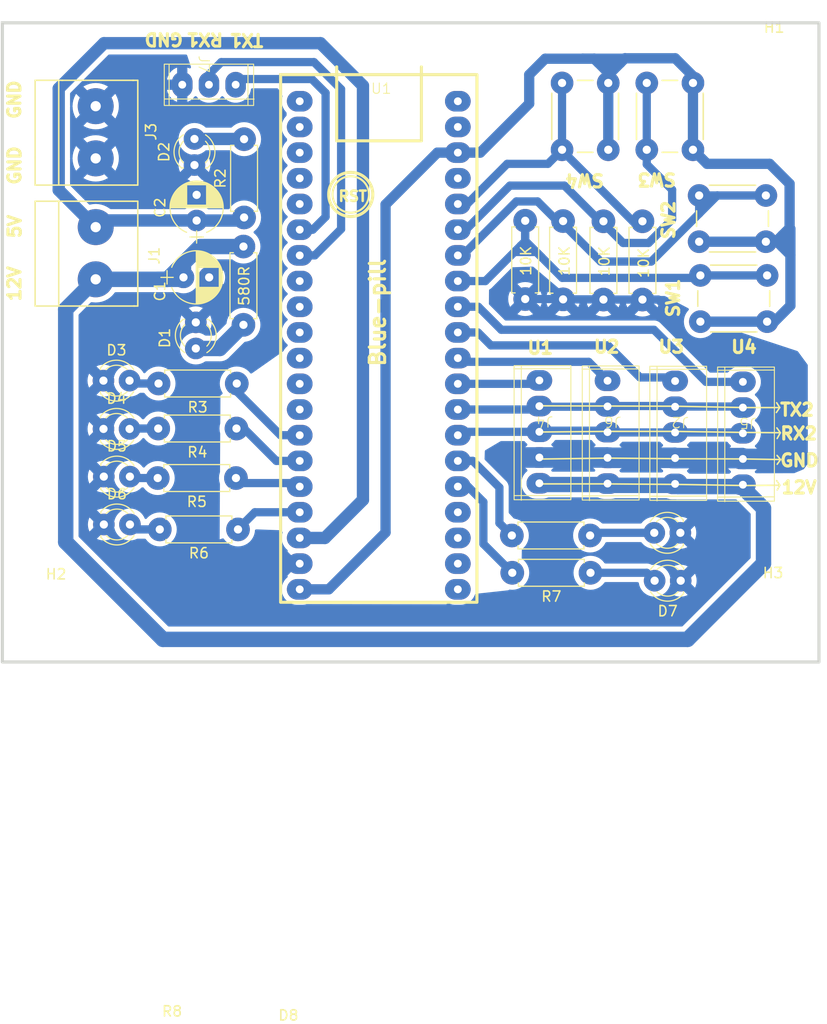
<source format=kicad_pcb>
(kicad_pcb (version 20221018) (generator pcbnew)
  (layers (0 "F.Cu" signal) (31 "B.Cu" signal) (34 "B.Paste" user) (35 "F.Paste" user) (36 "B.SilkS" user "B.Silkscreen") (37 "F.SilkS" user "F.Silkscreen") (38 "B.Mask" user) (39 "F.Mask" user) (44 "Edge.Cuts" user))
  (net 0 "")
  (net 1 "/12V")
  (net 2 "GND")
  (net 3 "/5V")
  (net 4 "Net-(D1-A)")
  (net 5 "Net-(D2-A)")
  (net 6 "Net-(D3-A)")
  (net 7 "Net-(D4-A)")
  (net 8 "Net-(D5-A)")
  (net 9 "Net-(D6-A)")
  (net 10 "Net-(D7-A)")
  (net 11 "Net-(D8-A)")
  (net 12 "/u3")
  (net 13 "/TX2")
  (net 14 "/RX2")
  (net 15 "/u1")
  (net 16 "/u4")
  (net 17 "/u2")
  (net 18 "Net-(J7-Pin_1)")
  (net 19 "Net-(J7-Pin_2)")
  (net 20 "/PA4")
  (net 21 "/PA5")
  (net 22 "/PA6")
  (net 23 "/PA7")
  (net 24 "/PB6")
  (net 25 "/PB7")
  (net 26 "/PB8")
  (net 27 "/PB9")
  (net 28 "/3.3V")
  (net 45 "Net-(R7-Pad2)")
  (net 46 "Net-(R8-Pad2)")
  (footprint "MY_LIB:Push_Button" (layer "F.Cu") (at 152.57 79.47 90)
    (fp_text reference "SW4" hide)
    (fp_text value "SW_Push")
    (pad "1" thru_hole circle (at 0 0 180) (size 2.2 2.2) (drill 0.8) (layers "*.Cu" "*.Mask") (net 23 "/PA7"))
    (pad "1" thru_hole circle (at 6.5 0 180) (size 2.2 2.2) (drill 0.8) (layers "*.Cu" "*.Mask") (net 23 "/PA7"))
    (pad "2" thru_hole circle (at 0 4.5 180) (size 2.2 2.2) (drill 0.8) (layers "*.Cu" "*.Mask") (net 28 "/3.3V"))
    (pad "2" thru_hole circle (at 6.5 4.5 180) (size 2.2 2.2) (drill 0.8) (layers "*.Cu" "*.Mask") (net 28 "/3.3V"))
  )
  (footprint "MY_LIB:Connector_Bornier_2" (layer "F.Cu") (at 107.15 80.31 90)
    (fp_text reference "J3" (at 2.59 5.39 90) (layer "F.SilkS"))
    (fp_text value "Conn_01x02_Pin")
    (pad "1" thru_hole circle (at 0 0 90) (size 3.5 3.5) (drill 1) (layers "*.Cu" "*.Mask") (net 2 "GND"))
    (pad "2" thru_hole circle (at 5.08 0 90) (size 3.5 3.5) (drill 1) (layers "*.Cu" "*.Mask") (net 2 "GND"))
  )
  (footprint "JST_1X05:jst_1x05" (layer "F.Cu") (at 170.68 105.56 180)
    (fp_text reference "J5" (at 0 -0.5 180 unlocked) (layer "F.SilkS") (effects (font (thickness 0.1))))
    (fp_text value "Conn_01x05_Pin")
    (pad "1" thru_hole oval (at 0.5 3.5 180) (size 2.5 2) (drill 0.762) (layers "*.Cu" "*.Mask") (net 16 "/u4"))
    (pad "2" thru_hole oval (at 0.5 1 180) (size 2.5 2) (drill 0.762) (layers "*.Cu" "*.Mask") (net 13 "/TX2"))
    (pad "3" thru_hole oval (at 0.5 -1.5 180) (size 2.5 2) (drill 0.762) (layers "*.Cu" "*.Mask") (net 14 "/RX2"))
    (pad "4" thru_hole oval (at 0.5 -4 180) (size 2.5 2) (drill 0.762) (layers "*.Cu" "*.Mask") (net 2 "GND"))
    (pad "5" thru_hole oval (at 0.5 -6.51 180) (size 2.5 2) (drill 0.762) (layers "*.Cu" "*.Mask") (net 1 "/12V"))
  )
  (footprint "MY_LIB:Resistor_small" (layer "F.Cu") (at 121.54 88.89 -90)
    (fp_text reference "580R" (at 3.83 -0.07 90) (layer "F.SilkS"))
    (fp_text value "R")
    (pad "1" thru_hole circle (at 0 0 270) (size 2.3 2.3) (drill 0.8) (layers "*.Cu" "*.Mask") (net 1 "/12V"))
    (pad "2" thru_hole circle (at 7.62 0 270) (size 2.3 2.3) (drill 0.8) (layers "*.Cu" "*.Mask") (net 4 "Net-(D1-A)"))
  )
  (footprint "MY_LIB:LED_D3.0mm" (layer "F.Cu") (at 116.77 80.96 90)
    (fp_text reference "D2" (at 1.27 -2.96 90) (layer "F.SilkS"))
    (fp_text value "LED")
    (pad "1" thru_hole circle (at 0 0 90) (size 2.1 2.1) (drill 0.8) (layers "*.Cu" "*.Mask") (net 2 "GND"))
    (pad "2" thru_hole circle (at 2.54 0 90) (size 2.1 2.1) (drill 0.8) (layers "*.Cu" "*.Mask") (net 5 "Net-(D2-A)"))
  )
  (footprint "MY_LIB:Push_Button" (layer "F.Cu") (at 165.92 83.92)
    (fp_text reference "SW2" hide)
    (fp_text value "SW_Push")
    (pad "1" thru_hole circle (at 0 0 90) (size 2.2 2.2) (drill 0.8) (layers "*.Cu" "*.Mask") (net 21 "/PA5"))
    (pad "1" thru_hole circle (at 6.5 0 90) (size 2.2 2.2) (drill 0.8) (layers "*.Cu" "*.Mask") (net 21 "/PA5"))
    (pad "2" thru_hole circle (at 0 4.5 90) (size 2.2 2.2) (drill 0.8) (layers "*.Cu" "*.Mask") (net 28 "/3.3V"))
    (pad "2" thru_hole circle (at 6.5 4.5 90) (size 2.2 2.2) (drill 0.8) (layers "*.Cu" "*.Mask") (net 28 "/3.3V"))
  )
  (footprint "MY_LIB:LED_D3.0mm" (layer "F.Cu") (at 107.905 101.94)
    (fp_text reference "D3" (at 1.27 -2.96) (layer "F.SilkS"))
    (fp_text value "LED")
    (pad "1" thru_hole circle (at 0 0) (size 2.1 2.1) (drill 0.8) (layers "*.Cu" "*.Mask") (net 2 "GND"))
    (pad "2" thru_hole circle (at 2.54 0) (size 2.1 2.1) (drill 0.8) (layers "*.Cu" "*.Mask") (net 6 "Net-(D3-A)"))
  )
  (footprint "MY_LIB:Resistor_small" (layer "F.Cu") (at 121.6 86.06 90)
    (fp_text reference "R2" (at 3.81 -2.31 90) (layer "F.SilkS"))
    (fp_text value "R")
    (pad "1" thru_hole circle (at 0 0 90) (size 2.3 2.3) (drill 0.8) (layers "*.Cu" "*.Mask") (net 3 "/5V"))
    (pad "2" thru_hole circle (at 7.62 0 90) (size 2.3 2.3) (drill 0.8) (layers "*.Cu" "*.Mask") (net 5 "Net-(D2-A)"))
  )
  (footprint "MY_LIB:Resistor_small" (layer "F.Cu") (at 152.67 86.41 -90)
    (fp_text reference "10K" (at 3.88 -0.13 90) (layer "F.SilkS"))
    (fp_text value "R")
    (pad "1" thru_hole circle (at 0 0 270) (size 2.3 2.3) (drill 0.8) (layers "*.Cu" "*.Mask") (net 21 "/PA5"))
    (pad "2" thru_hole circle (at 7.62 0 270) (size 2.3 2.3) (drill 0.8) (layers "*.Cu" "*.Mask") (net 2 "GND"))
  )
  (footprint "MY_LIB:Push_Button" (layer "F.Cu") (at 166.04 91.7)
    (fp_text reference "SW1" hide)
    (fp_text value "SW_Push")
    (pad "1" thru_hole circle (at 0 0 90) (size 2.2 2.2) (drill 0.8) (layers "*.Cu" "*.Mask") (net 20 "/PA4"))
    (pad "1" thru_hole circle (at 6.5 0 90) (size 2.2 2.2) (drill 0.8) (layers "*.Cu" "*.Mask") (net 20 "/PA4"))
    (pad "2" thru_hole circle (at 0 4.5 90) (size 2.2 2.2) (drill 0.8) (layers "*.Cu" "*.Mask") (net 28 "/3.3V"))
    (pad "2" thru_hole circle (at 6.5 4.5 90) (size 2.2 2.2) (drill 0.8) (layers "*.Cu" "*.Mask") (net 28 "/3.3V"))
  )
  (footprint "MY_LIB:Capacitor_10uF" (layer "F.Cu") (at 116.98 86.36 90)
    (fp_text reference "C2" (at 1.25 -3.56 90) (layer "F.SilkS"))
    (fp_text value "C")
    (pad "1" thru_hole circle (at 0 0 90) (size 2.1 2.1) (drill 0.8) (layers "*.Cu" "*.Mask") (net 3 "/5V"))
    (pad "2" thru_hole circle (at 2.5 0 90) (size 2.1 2.1) (drill 0.8) (layers "*.Cu" "*.Mask") (net 2 "GND"))
  )
  (footprint "JST_1x03:jst_1x03" (layer "F.Cu") (at 113.78 71.14 -90)
    (fp_text reference "J7" (at 0 -3.9 -90 unlocked) (layer "F.SilkS") (effects (font (thickness 0.1))))
    (fp_text value "Conn_01x03_Pin")
    (pad "1" thru_hole oval (at 2 -7 270) (size 2.5 2) (drill 0.762) (layers "*.Cu" "*.Mask") (net 18 "Net-(J7-Pin_1)"))
    (pad "2" thru_hole oval (at 2 -4.4 270) (size 2.5 2) (drill 0.762) (layers "*.Cu" "*.Mask") (net 19 "Net-(J7-Pin_2)"))
    (pad "3" thru_hole oval (at 2 -1.8 270) (size 2.5 2) (drill 0.762) (layers "*.Cu" "*.Mask") (net 2 "GND"))
  )
  (footprint "JST_1X05:jst_1x05" (layer "F.Cu") (at 157.5 105.45 180)
    (fp_text reference "J6" (at 0 -0.5 180 unlocked) (layer "F.SilkS") (effects (font (thickness 0.1))))
    (fp_text value "Conn_01x05_Pin")
    (pad "1" thru_hole oval (at 0.5 3.5 180) (size 2.5 2) (drill 0.762) (layers "*.Cu" "*.Mask") (net 17 "/u2"))
    (pad "2" thru_hole oval (at 0.5 1 180) (size 2.5 2) (drill 0.762) (layers "*.Cu" "*.Mask") (net 13 "/TX2"))
    (pad "3" thru_hole oval (at 0.5 -1.5 180) (size 2.5 2) (drill 0.762) (layers "*.Cu" "*.Mask") (net 14 "/RX2"))
    (pad "4" thru_hole oval (at 0.5 -4 180) (size 2.5 2) (drill 0.762) (layers "*.Cu" "*.Mask") (net 2 "GND"))
    (pad "5" thru_hole oval (at 0.5 -6.51 180) (size 2.5 2) (drill 0.762) (layers "*.Cu" "*.Mask") (net 1 "/12V"))
  )
  (footprint "MY_LIB:Capacitor_10uF" (layer "F.Cu") (at 115.7 91.89)
    (fp_text reference "C1" (at -2.29 1.36 90) (layer "F.SilkS"))
    (fp_text value "C")
    (pad "1" thru_hole circle (at 0 0) (size 2.1 2.1) (drill 0.8) (layers "*.Cu" "*.Mask") (net 1 "/12V"))
    (pad "2" thru_hole circle (at 2.5 0) (size 2.1 2.1) (drill 0.8) (layers "*.Cu" "*.Mask") (net 2 "GND"))
  )
  (footprint "MountingHole:MountingHole_3mm" (layer "F.Cu") (at 173.23 71.57)
    (fp_text reference "H1" (at 0 -4) (layer "F.SilkS"))
    (fp_text value "MountingHole")
    (pad "" np_thru_hole circle (at 0 0) (size 3 3) (drill 3) (layers "*.Cu" "*.Mask"))
  )
  (footprint "MY_LIB:Resistor_small" (layer "F.Cu") (at 160.4 86.43 -90)
    (fp_text reference "10K" (at 4.06 -0.12 90) (layer "F.SilkS"))
    (fp_text value "R")
    (pad "1" thru_hole circle (at 0 0 270) (size 2.3 2.3) (drill 0.8) (layers "*.Cu" "*.Mask") (net 23 "/PA7"))
    (pad "2" thru_hole circle (at 7.62 0 270) (size 2.3 2.3) (drill 0.8) (layers "*.Cu" "*.Mask") (net 2 "GND"))
  )
  (footprint "MountingHole:MountingHole_3mm" (layer "F.Cu") (at 103.29 124.78)
    (fp_text reference "H2" (at 0 -4) (layer "F.SilkS"))
    (fp_text value "MountingHole")
    (pad "" np_thru_hole circle (at 0 0) (size 3 3) (drill 3) (layers "*.Cu" "*.Mask"))
  )
  (footprint "MY_LIB:LED_D3.0mm" (layer "F.Cu") (at 107.94 111.28)
    (fp_text reference "D5" (at 1.27 -2.96) (layer "F.SilkS"))
    (fp_text value "LED")
    (pad "1" thru_hole circle (at 0 0) (size 2.1 2.1) (drill 0.8) (layers "*.Cu" "*.Mask") (net 2 "GND"))
    (pad "2" thru_hole circle (at 2.54 0) (size 2.1 2.1) (drill 0.8) (layers "*.Cu" "*.Mask") (net 8 "Net-(D5-A)"))
  )
  (footprint "MY_LIB:Resistor_small" (layer "F.Cu") (at 148.98 86.38 -90)
    (fp_text reference "10K" (at 3.89 -0.08 90) (layer "F.SilkS"))
    (fp_text value "R")
    (pad "1" thru_hole circle (at 0 0 270) (size 2.3 2.3) (drill 0.8) (layers "*.Cu" "*.Mask") (net 20 "/PA4"))
    (pad "2" thru_hole circle (at 7.62 0 270) (size 2.3 2.3) (drill 0.8) (layers "*.Cu" "*.Mask") (net 2 "GND"))
  )
  (footprint "MY_LIB:LED_D3.0mm" (layer "F.Cu") (at 107.945 115.94)
    (fp_text reference "D6" (at 1.27 -2.96) (layer "F.SilkS"))
    (fp_text value "LED")
    (pad "1" thru_hole circle (at 0 0) (size 2.1 2.1) (drill 0.8) (layers "*.Cu" "*.Mask") (net 2 "GND"))
    (pad "2" thru_hole circle (at 2.54 0) (size 2.1 2.1) (drill 0.8) (layers "*.Cu" "*.Mask") (net 9 "Net-(D6-A)"))
  )
  (footprint "MY_LIB:LED_D3.0mm" (layer "F.Cu") (at 107.91 106.64)
    (fp_text reference "D4" (at 1.27 -2.96) (layer "F.SilkS"))
    (fp_text value "LED")
    (pad "1" thru_hole circle (at 0 0) (size 2.1 2.1) (drill 0.8) (layers "*.Cu" "*.Mask") (net 2 "GND"))
    (pad "2" thru_hole circle (at 2.54 0) (size 2.1 2.1) (drill 0.8) (layers "*.Cu" "*.Mask") (net 7 "Net-(D4-A)"))
  )
  (footprint "bluepill:bluepill" (layer "F.Cu") (at 135.22 84.65)
    (fp_text reference "U1" (at -0.26 -11.13 unlocked) (layer "F.SilkS") (effects (font (thickness 0.1))))
    (fp_text value "~")
    (fp_text user "RST" (at -4.56 -0.07 unlocked) (layer "F.SilkS") (effects (font (thickness 0.25) bold) (justify left bottom)))
    (pad "1" thru_hole oval (at -8.2 -9.9) (size 2.5 2) (drill 0.762) (layers "*.Cu" "*.Mask"))
    (pad "2" thru_hole oval (at -8.2 -7.4) (size 2.5 2) (drill 0.762) (layers "*.Cu" "*.Mask"))
    (pad "3" thru_hole oval (at -8.2 -4.9) (size 2.5 2) (drill 0.762) (layers "*.Cu" "*.Mask"))
    (pad "4" thru_hole oval (at -8.2 -2.4) (size 2.5 2) (drill 0.762) (layers "*.Cu" "*.Mask"))
    (pad "5" thru_hole oval (at -8.2 0.1) (size 2.5 2) (drill 0.762) (layers "*.Cu" "*.Mask"))
    (pad "6" thru_hole oval (at -8.2 2.6) (size 2.5 2) (drill 0.762) (layers "*.Cu" "*.Mask") (net 18 "Net-(J7-Pin_1)"))
    (pad "7" thru_hole oval (at -8.2 5.1) (size 2.5 2) (drill 0.762) (layers "*.Cu" "*.Mask") (net 19 "Net-(J7-Pin_2)"))
    (pad "8" thru_hole oval (at -8.2 7.6) (size 2.5 2) (drill 0.762) (layers "*.Cu" "*.Mask"))
    (pad "9" thru_hole oval (at -8.2 10.1) (size 2.5 2) (drill 0.762) (layers "*.Cu" "*.Mask"))
    (pad "10" thru_hole oval (at -8.2 12.6) (size 2.5 2) (drill 0.762) (layers "*.Cu" "*.Mask"))
    (pad "11" thru_hole oval (at -8.2 15.1) (size 2.5 2) (drill 0.762) (layers "*.Cu" "*.Mask"))
    (pad "12" thru_hole oval (at -8.2 17.6) (size 2.5 2) (drill 0.762) (layers "*.Cu" "*.Mask"))
    (pad "13" thru_hole oval (at -8.2 20.1) (size 2.5 2) (drill 0.762) (layers "*.Cu" "*.Mask"))
    (pad "14" thru_hole oval (at -8.2 22.6) (size 2.5 2) (drill 0.762) (layers "*.Cu" "*.Mask") (net 24 "/PB6"))
    (pad "15" thru_hole oval (at -8.2 25.1) (size 2.5 2) (drill 0.762) (layers "*.Cu" "*.Mask") (net 25 "/PB7"))
    (pad "16" thru_hole oval (at -8.2 27.6) (size 2.5 2) (drill 0.762) (layers "*.Cu" "*.Mask") (net 26 "/PB8"))
    (pad "17" thru_hole oval (at -8.2 30.1) (size 2.5 2) (drill 0.762) (layers "*.Cu" "*.Mask") (net 27 "/PB9"))
    (pad "18" thru_hole oval (at -8.2 32.6) (size 2.5 2) (drill 0.762) (layers "*.Cu" "*.Mask") (net 3 "/5V"))
    (pad "19" thru_hole oval (at -8.2 35.1) (size 2.5 2) (drill 0.762) (layers "*.Cu" "*.Mask") (net 2 "GND"))
    (pad "20" thru_hole oval (at -8.2 37.6) (size 2.5 2) (drill 0.762) (layers "*.Cu" "*.Mask") (net 28 "/3.3V"))
    (pad "21" thru_hole oval (at 7.2 37.6) (size 2.5 2) (drill 0.762) (layers "*.Cu" "*.Mask"))
    (pad "22" thru_hole oval (at 7.2 35.1) (size 2.5 2) (drill 0.762) (layers "*.Cu" "*.Mask"))
    (pad "23" thru_hole oval (at 7.2 32.6) (size 2.5 2) (drill 0.762) (layers "*.Cu" "*.Mask"))
    (pad "24" thru_hole oval (at 7.2 30.1) (size 2.5 2) (drill 0.762) (layers "*.Cu" "*.Mask"))
    (pad "25" thru_hole oval (at 7.2 27.6) (size 2.5 2) (drill 0.762) (layers "*.Cu" "*.Mask") (net 45 "Net-(R7-Pad2)"))
    (pad "26" thru_hole oval (at 7.2 25.1) (size 2.5 2) (drill 0.762) (layers "*.Cu" "*.Mask") (net 46 "Net-(R8-Pad2)"))
    (pad "27" thru_hole oval (at 7.2 22.6) (size 2.5 2) (drill 0.762) (layers "*.Cu" "*.Mask") (net 14 "/RX2"))
    (pad "28" thru_hole oval (at 7.2 20.1) (size 2.5 2) (drill 0.762) (layers "*.Cu" "*.Mask") (net 13 "/TX2"))
    (pad "29" thru_hole oval (at 7.2 17.6) (size 2.5 2) (drill 0.762) (layers "*.Cu" "*.Mask") (net 15 "/u1"))
    (pad "30" thru_hole oval (at 7.2 15.1) (size 2.5 2) (drill 0.762) (layers "*.Cu" "*.Mask") (net 17 "/u2"))
    (pad "31" thru_hole oval (at 7.2 12.6) (size 2.5 2) (drill 0.762) (layers "*.Cu" "*.Mask") (net 12 "/u3"))
    (pad "32" thru_hole oval (at 7.2 10.1) (size 2.5 2) (drill 0.762) (layers "*.Cu" "*.Mask") (net 16 "/u4"))
    (pad "33" thru_hole oval (at 7.2 7.6) (size 2.5 2) (drill 0.762) (layers "*.Cu" "*.Mask") (net 20 "/PA4"))
    (pad "34" thru_hole oval (at 7.2 5.1) (size 2.5 2) (drill 0.762) (layers "*.Cu" "*.Mask") (net 21 "/PA5"))
    (pad "35" thru_hole oval (at 7.2 2.6) (size 2.5 2) (drill 0.762) (layers "*.Cu" "*.Mask") (net 22 "/PA6"))
    (pad "36" thru_hole oval (at 7.2 0.1) (size 2.5 2) (drill 0.762) (layers "*.Cu" "*.Mask") (net 23 "/PA7"))
    (pad "37" thru_hole oval (at 7.2 -2.4) (size 2.5 2) (drill 0.762) (layers "*.Cu" "*.Mask"))
    (pad "38" thru_hole oval (at 7.2 -4.9) (size 2.5 2) (drill 0.762) (layers "*.Cu" "*.Mask") (net 28 "/3.3V"))
    (pad "39" thru_hole oval (at 7.2 -7.4) (size 2.5 2) (drill 0.762) (layers "*.Cu" "*.Mask") (net 2 "GND"))
    (pad "40" thru_hole oval (at 7.2 -9.9) (size 2.5 2) (drill 0.762) (layers "*.Cu" "*.Mask") (net 2 "GND"))
  )
  (footprint "JST_1X05:jst_1x05" (layer "F.Cu") (at 150.86 105.42 180)
    (fp_text reference "J4" (at 0 -0.5 180 unlocked) (layer "F.SilkS") (effects (font (thickness 0.1))))
    (fp_text value "Conn_01x05_Pin")
    (pad "1" thru_hole oval (at 0.5 3.5 180) (size 2.5 2) (drill 0.762) (layers "*.Cu" "*.Mask") (net 15 "/u1"))
    (pad "2" thru_hole oval (at 0.5 1 180) (size 2.5 2) (drill 0.762) (layers "*.Cu" "*.Mask") (net 13 "/TX2"))
    (pad "3" thru_hole oval (at 0.5 -1.5 180) (size 2.5 2) (drill 0.762) (layers "*.Cu" "*.Mask") (net 14 "/RX2"))
    (pad "4" thru_hole oval (at 0.5 -4 180) (size 2.5 2) (drill 0.762) (layers "*.Cu" "*.Mask") (net 2 "GND"))
    (pad "5" thru_hole oval (at 0.5 -6.51 180) (size 2.5 2) (drill 0.762) (layers "*.Cu" "*.Mask") (net 1 "/12V"))
  )
  (footprint "MY_LIB:Resistor_small" (layer "F.Cu") (at 155.3 117.01 180)
    (fp_text reference "R8" (at 40.71 -46.31) (layer "F.SilkS"))
    (fp_text value "R")
    (pad "1" thru_hole circle (at 0 0 180) (size 2.3 2.3) (drill 0.8) (layers "*.Cu" "*.Mask") (net 11 "Net-(D8-A)"))
    (pad "2" thru_hole circle (at 7.62 0 180) (size 2.3 2.3) (drill 0.8) (layers "*.Cu" "*.Mask") (net 46 "Net-(R8-Pad2)"))
  )
  (footprint "MY_LIB:Connector_Bornier_2" (layer "F.Cu") (at 107.15 92.08 90)
    (fp_text reference "J1" (at 2.3 5.71 90) (layer "F.SilkS"))
    (fp_text value "Conn_01x02_Pin")
    (pad "1" thru_hole circle (at 0 0 90) (size 3.5 3.5) (drill 1) (layers "*.Cu" "*.Mask") (net 1 "/12V"))
    (pad "2" thru_hole circle (at 5.08 0 90) (size 3.5 3.5) (drill 1) (layers "*.Cu" "*.Mask") (net 3 "/5V"))
  )
  (footprint "MountingHole:MountingHole_3mm" (layer "F.Cu") (at 173.12 124.66)
    (fp_text reference "H3" (at 0 -4) (layer "F.SilkS"))
    (fp_text value "MountingHole")
    (pad "" np_thru_hole circle (at 0 0) (size 3 3) (drill 3) (layers "*.Cu" "*.Mask"))
  )
  (footprint "JST_1X05:jst_1x05" (layer "F.Cu") (at 164.08 105.48 180)
    (fp_text reference "J2" (at 0 -0.5 180 unlocked) (layer "F.SilkS") (effects (font (thickness 0.1))))
    (fp_text value "Conn_01x05_Pin")
    (pad "1" thru_hole oval (at 0.5 3.5 180) (size 2.5 2) (drill 0.762) (layers "*.Cu" "*.Mask") (net 12 "/u3"))
    (pad "2" thru_hole oval (at 0.5 1 180) (size 2.5 2) (drill 0.762) (layers "*.Cu" "*.Mask") (net 13 "/TX2"))
    (pad "3" thru_hole oval (at 0.5 -1.5 180) (size 2.5 2) (drill 0.762) (layers "*.Cu" "*.Mask") (net 14 "/RX2"))
    (pad "4" thru_hole oval (at 0.5 -4 180) (size 2.5 2) (drill 0.762) (layers "*.Cu" "*.Mask") (net 2 "GND"))
    (pad "5" thru_hole oval (at 0.5 -6.51 180) (size 2.5 2) (drill 0.762) (layers "*.Cu" "*.Mask") (net 1 "/12V"))
  )
  (footprint "MY_LIB:Resistor_small" (layer "F.Cu") (at 155.34 120.64 180)
    (fp_text reference "R7" (at 3.81 -2.31) (layer "F.SilkS"))
    (fp_text value "R")
    (pad "1" thru_hole circle (at 0 0 180) (size 2.3 2.3) (drill 0.8) (layers "*.Cu" "*.Mask") (net 10 "Net-(D7-A)"))
    (pad "2" thru_hole circle (at 7.62 0 180) (size 2.3 2.3) (drill 0.8) (layers "*.Cu" "*.Mask") (net 45 "Net-(R7-Pad2)"))
  )
  (footprint "MY_LIB:Push_Button" (layer "F.Cu") (at 160.82 79.47 90)
    (fp_text reference "SW3" hide)
    (fp_text value "SW_Push")
    (pad "1" thru_hole circle (at 0 0 180) (size 2.2 2.2) (drill 0.8) (layers "*.Cu" "*.Mask") (net 22 "/PA6"))
    (pad "1" thru_hole circle (at 6.5 0 180) (size 2.2 2.2) (drill 0.8) (layers "*.Cu" "*.Mask") (net 22 "/PA6"))
    (pad "2" thru_hole circle (at 0 4.5 180) (size 2.2 2.2) (drill 0.8) (layers "*.Cu" "*.Mask") (net 28 "/3.3V"))
    (pad "2" thru_hole circle (at 6.5 4.5 180) (size 2.2 2.2) (drill 0.8) (layers "*.Cu" "*.Mask") (net 28 "/3.3V"))
  )
  (footprint "MY_LIB:Resistor_small" (layer "F.Cu") (at 156.6 86.43 -90)
    (fp_text reference "10K" (at 3.88 -0.09 90) (layer "F.SilkS"))
    (fp_text value "R")
    (pad "1" thru_hole circle (at 0 0 270) (size 2.3 2.3) (drill 0.8) (layers "*.Cu" "*.Mask") (net 22 "/PA6"))
    (pad "2" thru_hole circle (at 7.62 0 270) (size 2.3 2.3) (drill 0.8) (layers "*.Cu" "*.Mask") (net 2 "GND"))
  )
  (footprint "MY_LIB:LED_D3.0mm" (layer "F.Cu") (at 164.125 121.41 180)
    (fp_text reference "D7" (at 1.27 -2.96) (layer "F.SilkS"))
    (fp_text value "LED")
    (pad "1" thru_hole circle (at 0 0 180) (size 2.1 2.1) (drill 0.8) (layers "*.Cu" "*.Mask") (net 2 "GND"))
    (pad "2" thru_hole circle (at 2.54 0 180) (size 2.1 2.1) (drill 0.8) (layers "*.Cu" "*.Mask") (net 10 "Net-(D7-A)"))
  )
  (footprint "MY_LIB:Resistor_small" (layer "F.Cu") (at 121.01 116.42 180)
    (fp_text reference "R6" (at 3.81 -2.31) (layer "F.SilkS"))
    (fp_text value "R")
    (pad "1" thru_hole circle (at 0 0 180) (size 2.3 2.3) (drill 0.8) (layers "*.Cu" "*.Mask") (net 27 "/PB9"))
    (pad "2" thru_hole circle (at 7.62 0 180) (size 2.3 2.3) (drill 0.8) (layers "*.Cu" "*.Mask") (net 9 "Net-(D6-A)"))
  )
  (footprint "MY_LIB:Resistor_small" (layer "F.Cu") (at 120.89 102.22 180)
    (fp_text reference "R3" (at 3.81 -2.31) (layer "F.SilkS"))
    (fp_text value "R")
    (pad "1" thru_hole circle (at 0 0 180) (size 2.3 2.3) (drill 0.8) (layers "*.Cu" "*.Mask") (net 24 "/PB6"))
    (pad "2" thru_hole circle (at 7.62 0 180) (size 2.3 2.3) (drill 0.8) (layers "*.Cu" "*.Mask") (net 6 "Net-(D3-A)"))
  )
  (footprint "MY_LIB:LED_D3.0mm" (layer "F.Cu") (at 116.9 96.27 -90)
    (fp_text reference "D1" (at 1.52 3.02 90) (layer "F.SilkS"))
    (fp_text value "LED")
    (pad "1" thru_hole circle (at 0 0 270) (size 2.1 2.1) (drill 0.8) (layers "*.Cu" "*.Mask") (net 2 "GND"))
    (pad "2" thru_hole circle (at 2.54 0 270) (size 2.1 2.1) (drill 0.8) (layers "*.Cu" "*.Mask") (net 4 "Net-(D1-A)"))
  )
  (footprint "MY_LIB:LED_D3.0mm" (layer "F.Cu") (at 164.09 116.75 180)
    (fp_text reference "D8" (at 38.17 -46.96) (layer "F.SilkS"))
    (fp_text value "LED")
    (pad "1" thru_hole circle (at 0 0 180) (size 2.1 2.1) (drill 0.8) (layers "*.Cu" "*.Mask") (net 2 "GND"))
    (pad "2" thru_hole circle (at 2.54 0 180) (size 2.1 2.1) (drill 0.8) (layers "*.Cu" "*.Mask") (net 11 "Net-(D8-A)"))
  )
  (footprint "MY_LIB:Resistor_small" (layer "F.Cu") (at 120.81 111.42 180)
    (fp_text reference "R5" (at 3.81 -2.31) (layer "F.SilkS"))
    (fp_text value "R")
    (pad "1" thru_hole circle (at 0 0 180) (size 2.3 2.3) (drill 0.8) (layers "*.Cu" "*.Mask") (net 26 "/PB8"))
    (pad "2" thru_hole circle (at 7.62 0 180) (size 2.3 2.3) (drill 0.8) (layers "*.Cu" "*.Mask") (net 8 "Net-(D5-A)"))
  )
  (footprint "MY_LIB:Resistor_small" (layer "F.Cu") (at 120.86 106.6 180)
    (fp_text reference "R4" (at 3.81 -2.31) (layer "F.SilkS"))
    (fp_text value "R")
    (pad "1" thru_hole circle (at 0 0 180) (size 2.3 2.3) (drill 0.8) (layers "*.Cu" "*.Mask") (net 25 "/PB7"))
    (pad "2" thru_hole circle (at 7.62 0 180) (size 2.3 2.3) (drill 0.8) (layers "*.Cu" "*.Mask") (net 7 "Net-(D4-A)"))
  )
  (gr_line (start 173.83 107.01) (end 173.49 106.54) (stroke (width 0.15)) (layer "F.SilkS"))
  (gr_line (start 163.73 112.04) (end 170.38 112.15) (stroke (width 0.15)) (layer "F.SilkS"))
  (gr_line (start 173.78 112.12) (end 173.53 112.58) (stroke (width 0.15)) (layer "F.SilkS"))
  (gr_line (start 157.04 109.48) (end 163.77 109.54) (stroke (width 0.15)) (layer "F.SilkS"))
  (gr_line (start 150.44 109.57) (end 157.04 109.48) (stroke (width 0.15)) (layer "F.SilkS"))
  (gr_line (start 170.23 109.56) (end 173.85 109.62) (stroke (width 0.15)) (layer "F.SilkS"))
  (gr_line (start 157 106.88) (end 163.62 106.88) (stroke (width 0.15)) (layer "F.SilkS"))
  (gr_line (start 173.78 112.12) (end 173.47 111.67) (stroke (width 0.15)) (layer "F.SilkS"))
  (gr_line (start 170.38 112.15) (end 173.78 112.12) (stroke (width 0.15)) (layer "F.SilkS"))
  (gr_line (start 173.85 109.62) (end 173.52 110.08) (stroke (width 0.15)) (layer "F.SilkS"))
  (gr_line (start 173.77 104.56) (end 173.47 104.09) (stroke (width 0.15)) (layer "F.SilkS"))
  (gr_line (start 163.65 104.43) (end 170.24 104.56) (stroke (width 0.15)) (layer "F.SilkS"))
  (gr_line (start 170.25 106.98) (end 173.83 107.01) (stroke (width 0.15)) (layer "F.SilkS"))
  (gr_line (start 150.53 111.99) (end 156.91 111.99) (stroke (width 0.15)) (layer "F.SilkS"))
  (gr_line (start 150.42 106.94) (end 157 106.88) (stroke (width 0.15)) (layer "F.SilkS"))
  (gr_line (start 156.94 104.41) (end 163.65 104.43) (stroke (width 0.15)) (layer "F.SilkS"))
  (gr_line (start 173.85 109.62) (end 173.51 109.22) (stroke (width 0.15)) (layer "F.SilkS"))
  (gr_line (start 163.77 109.54) (end 170.23 109.56) (stroke (width 0.15)) (layer "F.SilkS"))
  (gr_line (start 173.77 104.56) (end 173.44 105.04) (stroke (width 0.15)) (layer "F.SilkS"))
  (gr_line (start 170.24 104.56) (end 173.77 104.56) (stroke (width 0.15)) (layer "F.SilkS"))
  (gr_line (start 173.83 107.01) (end 173.52 107.57) (stroke (width 0.15)) (layer "F.SilkS"))
  (gr_line (start 163.62 106.88) (end 170.25 106.98) (stroke (width 0.15)) (layer "F.SilkS"))
  (gr_line (start 156.91 111.99) (end 163.73 112.04) (stroke (width 0.15)) (layer "F.SilkS"))
  (gr_line (start 150.39 104.39) (end 156.94 104.41) (stroke (width 0.15)) (layer "F.SilkS"))
  (gr_rect (start 98.06 67.12) (end 177.59 129.32) (stroke (width 0.3)) (fill none) (layer "Edge.Cuts"))
  (gr_text "GND\n" (at 99.95 83.02 90) (layer "F.SilkS") (effects (font (size 1.2 1.2) (thickness 0.3) bold) (justify left bottom)))
  (gr_text "GND" (at 173.67 110.41) (layer "F.SilkS") (effects (font (size 1.2 1.2) (thickness 0.3) bold) (justify left bottom)))
  (gr_text "TX2" (at 173.66 105.48) (layer "F.SilkS") (effects (font (size 1.2 1.2) (thickness 0.3) bold) (justify left bottom)))
  (gr_text "5V\n" (at 99.97 88.22 90) (layer "F.SilkS") (effects (font (size 1.2 1.2) (thickness 0.3) bold) (justify left bottom)))
  (gr_text "GND\n" (at 115.81 68.01 180) (layer "F.SilkS") (effects (font (size 1.2 1.2) (thickness 0.3) bold) (justify left bottom)))
  (gr_text "SW3\n\n" (at 163.82 79.72 180) (layer "F.SilkS") (effects (font (size 1.2 1.2) (thickness 0.3) bold) (justify left bottom)))
  (gr_text "TX1\n" (at 123.62 68.08 180) (layer "F.SilkS") (effects (font (size 1.2 1.2) (thickness 0.3) bold) (justify left bottom)))
  (gr_text "SW4\n\n" (at 156.8 79.8 180) (layer "F.SilkS") (effects (font (size 1.2 1.2) (thickness 0.3) bold) (justify left bottom)))
  (gr_text "RX2" (at 173.68 107.79) (layer "F.SilkS") (effects (font (size 1.2 1.2) (thickness 0.3) bold) (justify left bottom)))
  (gr_text "Blue-pill" (at 135.49 100.73 90) (layer "F.SilkS") (effects (font (size 1.5 1.5) (thickness 0.3) bold) (justify left bottom)))
  (gr_text "SW2\n\n" (at 165.57 88.33 90) (layer "F.SilkS") (effects (font (size 1.2 1.2) (thickness 0.3) bold) (justify left bottom)))
  (gr_text "SW1\n" (at 164.09 95.92 90) (layer "F.SilkS") (effects (font (size 1.2 1.2) (thickness 0.3) bold) (justify left bottom)))
  (gr_text "RX1\n" (at 119.71 68.02 180) (layer "F.SilkS") (effects (font (size 1.2 1.2) (thickness 0.3) bold) (justify left bottom)))
  (gr_text "U3\n" (at 161.81 99.35) (layer "F.SilkS") (effects (font (size 1.2 1.2) (thickness 0.3) bold) (justify left bottom)))
  (gr_text "GND\n" (at 99.93 76.62 90) (layer "F.SilkS") (effects (font (size 1.2 1.2) (thickness 0.3) bold) (justify left bottom)))
  (gr_text "12V" (at 173.81 113.04) (layer "F.SilkS") (effects (font (size 1.2 1.2) (thickness 0.3) bold) (justify left bottom)))
  (gr_text "U2\n" (at 155.52 99.35) (layer "F.SilkS") (effects (font (size 1.2 1.2) (thickness 0.3) bold) (justify left bottom)))
  (gr_text "12V" (at 99.94 94.36 90) (layer "F.SilkS") (effects (font (size 1.2 1.2) (thickness 0.3) bold) (justify left bottom)))
  (gr_text "U4\n" (at 168.89 99.37) (layer "F.SilkS") (effects (font (size 1.2 1.2) (thickness 0.3) bold) (justify left bottom)))
  (gr_text "U1" (at 149.05 99.46) (layer "F.SilkS") (effects (font (size 1.2 1.2) (thickness 0.3) bold) (justify left bottom)))
  (segment (start 157.17 112.13) (end 163.44 112.13) (width 1.5) (layer "B.Cu") (net 1))
  (segment (start 113.7 127.12) (end 104.23 117.65) (width 1.5) (layer "B.Cu") (net 1))
  (segment (start 104.23 95) (end 107.15 92.08) (width 1.5) (layer "B.Cu") (net 1))
  (segment (start 104.23 117.65) (end 104.23 95) (width 1.5) (layer "B.Cu") (net 1))
  (segment (start 172.19 119.73) (end 164.8 127.12) (width 1.5) (layer "B.Cu") (net 1))
  (segment (start 163.84 112.25) (end 170 112.25) (width 1.5) (layer "B.Cu") (net 1))
  (segment (start 114.13 92.08) (end 115.7 90.51) (width 1.5) (layer "B.Cu") (net 1))
  (segment (start 113.27 92.08) (end 114.13 92.08) (width 1.5) (layer "B.Cu") (net 1))
  (segment (start 113.27 92.08) (end 115.51 92.08) (width 1.5) (layer "B.Cu") (net 1))
  (segment (start 115.7 91.89) (end 115.7 90.51) (width 1.5) (layer "B.Cu") (net 1))
  (segment (start 117.32 88.89) (end 121.54 88.89) (width 1.5) (layer "B.Cu") (net 1))
  (segment (start 115.51 92.08) (end 115.7 91.89) (width 1.5) (layer "B.Cu") (net 1))
  (segment (start 107.15 92.08) (end 113.27 92.08) (width 1.5) (layer "B.Cu") (net 1))
  (segment (start 170.18 112.36) (end 172.19 114.37) (width 1.5) (layer "B.Cu") (net 1))
  (segment (start 170.18 112.07) (end 170.18 112.36) (width 1.5) (layer "B.Cu") (net 1))
  (segment (start 156.91 112.05) (end 157 111.96) (width 1.5) (layer "B.Cu") (net 1))
  (segment (start 157 111.96) (end 157.17 112.13) (width 1.5) (layer "B.Cu") (net 1))
  (segment (start 115.7 90.51) (end 117.32 88.89) (width 1.5) (layer "B.Cu") (net 1))
  (segment (start 164.8 127.12) (end 113.7 127.12) (width 1.5) (layer "B.Cu") (net 1))
  (segment (start 172.19 114.37) (end 172.19 119.73) (width 1.5) (layer "B.Cu") (net 1))
  (segment (start 150.36 111.93) (end 150.48 112.05) (width 1.5) (layer "B.Cu") (net 1))
  (segment (start 150.48 112.05) (end 156.91 112.05) (width 1.5) (layer "B.Cu") (net 1))
  (segment (start 163.44 112.13) (end 163.58 111.99) (width 1.5) (layer "B.Cu") (net 1))
  (segment (start 163.58 111.99) (end 163.84 112.25) (width 1.5) (layer "B.Cu") (net 1))
  (segment (start 170 112.25) (end 170.18 112.07) (width 1.5) (layer "B.Cu") (net 1))
  (segment (start 126.44 119.75) (end 123.96 117.27) (width 0.8) (layer "B.Cu") (net 2))
  (segment (start 124.61 122.147258) (end 124.266371 121.803629) (width 0.8) (layer "B.Cu") (net 2))
  (segment (start 126.32 119.75) (end 124.266371 121.803629) (width 0.8) (layer "B.Cu") (net 2))
  (segment (start 156.6 94.05) (end 160.4 94.05) (width 0.8) (layer "B.Cu") (net 2))
  (segment (start 124.5 117.27) (end 123.96 117.27) (width 0.8) (layer "B.Cu") (net 2))
  (segment (start 127.02 119.75) (end 126.42 119.75) (width 0.8) (layer "B.Cu") (net 2))
  (segment (start 124.266371 121.803629) (end 123.76 121.297258) (width 0.8) (layer "B.Cu") (net 2))
  (segment (start 150.36 109.42) (end 156.97 109.42) (width 2) (layer "B.Cu") (net 2))
  (segment (start 163.58 109.48) (end 170.1 109.48) (width 2) (layer "B.Cu") (net 2))
  (segment (start 146.95 109.42) (end 146.76 109.23) (width 2) (layer "B.Cu") (net 2))
  (segment (start 148.98 94) (end 152.64 94) (width 0.8) (layer "B.Cu") (net 2))
  (segment (start 127.02 119.75) (end 126.36 119.75) (width 0.8) (layer "B.Cu") (net 2))
  (segment (start 152.64 94) (end 152.67 94.03) (width 0.8) (layer "B.Cu") (net 2))
  (segment (start 150.36 109.42) (end 146.95 109.42) (width 2) (layer "B.Cu") (net 2))
  (segment (start 127.02 119.75) (end 127.007258 119.75) (width 0.8) (layer "B.Cu") (net 2))
  (segment (start 160.4 94.05) (end 161.95 94.05) (width 0.8) (layer "B.Cu") (net 2))
  (segment (start 172.88 109.56) (end 172.93 109.61) (width 2) (layer "B.Cu") (net 2))
  (segment (start 156.97 109.42) (end 157 109.45) (width 2) (layer "B.Cu") (net 2))
  (segment (start 161.95 94.05) (end 162.79 94.89) (width 0.8) (layer "B.Cu") (net 2))
  (segment (start 157 109.45) (end 163.55 109.45) (width 2) (layer "B.Cu") (net 2))
  (segment (start 163.55 109.45) (end 163.58 109.48) (width 2) (layer "B.Cu") (net 2))
  (segment (start 170.1 109.48) (end 170.18 109.56) (width 2) (layer "B.Cu") (net 2))
  (segment (start 170.18 109.56) (end 172.88 109.56) (width 2) (layer "B.Cu") (net 2))
  (segment (start 123.76 121.297258) (end 123.76 119.92) (width 0.8) (layer "B.Cu") (net 2))
  (segment (start 126.42 119.75) (end 124.95 121.22) (width 0.8) (layer "B.Cu") (net 2))
  (segment (start 127.02 119.75) (end 126.32 119.75) (width 0.8) (layer "B.Cu") (net 2))
  (segment (start 156.58 94.03) (end 156.6 94.05) (width 0.8) (layer "B.Cu") (net 2))
  (segment (start 126.36 119.75) (end 124.85 118.24) (width 0.8) (layer "B.Cu") (net 2))
  (segment (start 127.02 119.75) (end 126.44 119.75) (width 0.8) (layer "B.Cu") (net 2))
  (segment (start 152.67 94.03) (end 156.58 94.03) (width 0.8) (layer "B.Cu") (net 2))
  (segment (start 127.007258 119.75) (end 126.98 119.75) (width 0.8) (layer "B.Cu") (net 2))
  (segment (start 129.47 117.25) (end 133.18 113.54) (width 1.2) (layer "B.Cu") (net 3))
  (segment (start 103.55 83.4) (end 107.15 87) (width 1.2) (layer "B.Cu") (net 3))
  (segment (start 116.97 86.35) (end 116.98 86.36) (width 1.2) (layer "B.Cu") (net 3))
  (segment (start 116.98 86.36) (end 121.3 86.36) (width 1.2) (layer "B.Cu") (net 3))
  (segment (start 107.8 86.35) (end 116.97 86.35) (width 1.2) (layer "B.Cu") (net 3))
  (segment (start 129.04 69.1) (end 107.96 69.1) (width 1.2) (layer "B.Cu") (net 3))
  (segment (start 133.18 113.54) (end 133.18 73.24) (width 1.2) (layer "B.Cu") (net 3))
  (segment (start 103.55 73.51) (end 103.55 83.4) (width 1.2) (layer "B.Cu") (net 3))
  (segment (start 107.15 87) (end 107.8 86.35) (width 1.2) (layer "B.Cu") (net 3))
  (segment (start 127.02 117.25) (end 129.47 117.25) (width 1.2) (layer "B.Cu") (net 3))
  (segment (start 107.96 69.1) (end 103.55 73.51) (width 1.2) (layer "B.Cu") (net 3))
  (segment (start 133.18 73.24) (end 129.04 69.1) (width 1.2) (layer "B.Cu") (net 3))
  (segment (start 121.3 86.36) (end 121.6 86.06) (width 1.2) (layer "B.Cu") (net 3))
  (segment (start 119.24 98.81) (end 116.9 98.81) (width 1.5) (layer "B.Cu") (net 4))
  (segment (start 121.54 96.51) (end 119.24 98.81) (width 1.5) (layer "B.Cu") (net 4))
  (segment (start 121.58 78.42) (end 121.6 78.44) (width 1.2) (layer "B.Cu") (net 5))
  (segment (start 116.77 78.42) (end 121.58 78.42) (width 1.2) (layer "B.Cu") (net 5))
  (segment (start 113.27 102.22) (end 110.725 102.22) (width 0.8) (layer "B.Cu") (net 6))
  (segment (start 110.725 102.22) (end 110.445 101.94) (width 0.8) (layer "B.Cu") (net 6))
  (segment (start 113.24 106.6) (end 110.49 106.6) (width 0.8) (layer "B.Cu") (net 7))
  (segment (start 110.49 106.6) (end 110.45 106.64) (width 0.8) (layer "B.Cu") (net 7))
  (segment (start 110.62 111.42) (end 110.48 111.28) (width 0.8) (layer "B.Cu") (net 8))
  (segment (start 113.19 111.42) (end 110.62 111.42) (width 0.8) (layer "B.Cu") (net 8))
  (segment (start 113.39 116.42) (end 110.965 116.42) (width 0.8) (layer "B.Cu") (net 9))
  (segment (start 110.965 116.42) (end 110.485 115.94) (width 0.8) (layer "B.Cu") (net 9))
  (segment (start 155.34 120.64) (end 160.815 120.64) (width 0.8) (layer "B.Cu") (net 10))
  (segment (start 160.815 120.64) (end 161.585 121.41) (width 0.8) (layer "B.Cu") (net 10))
  (segment (start 155.3 117.01) (end 155.56 116.75) (width 0.8) (layer "B.Cu") (net 11))
  (segment (start 155.56 116.75) (end 161.55 116.75) (width 0.8) (layer "B.Cu") (net 11))
  (segment (start 160.16 101.63) (end 163.23 101.63) (width 0.8) (layer "B.Cu") (net 12))
  (segment (start 163.23 101.63) (end 163.58 101.98) (width 0.8) (layer "B.Cu") (net 12))
  (segment (start 142.42 97.25) (end 144.38 97.25) (width 0.8) (layer "B.Cu") (net 12))
  (segment (start 157.04 98.51) (end 160.16 101.63) (width 0.8) (layer "B.Cu") (net 12))
  (segment (start 144.38 97.25) (end 145.64 98.51) (width 0.8) (layer "B.Cu") (net 12))
  (segment (start 145.64 98.51) (end 157.04 98.51) (width 0.8) (layer "B.Cu") (net 12))
  (segment (start 170.08 104.46) (end 170.18 104.56) (width 0.8) (layer "B.Cu") (net 13))
  (segment (start 150.03 104.75) (end 150.36 104.42) (width 0.8) (layer "B.Cu") (net 13))
  (segment (start 156.97 104.48) (end 157 104.45) (width 0.8) (layer "B.Cu") (net 13))
  (segment (start 157.04 104.41) (end 163.51 104.41) (width 0.8) (layer "B.Cu") (net 13))
  (segment (start 163.58 104.48) (end 163.6 104.46) (width 0.8) (layer "B.Cu") (net 13))
  (segment (start 150.36 104.42) (end 150.42 104.48) (width 0.8) (layer "B.Cu") (net 13))
  (segment (start 163.6 104.46) (end 170.08 104.46) (width 0.8) (layer "B.Cu") (net 13))
  (segment (start 150.42 104.48) (end 156.97 104.48) (width 0.8) (layer "B.Cu") (net 13))
  (segment (start 157 104.45) (end 157.04 104.41) (width 0.8) (layer "B.Cu") (net 13))
  (segment (start 163.51 104.41) (end 163.58 104.48) (width 0.8) (layer "B.Cu") (net 13))
  (segment (start 142.42 104.75) (end 150.03 104.75) (width 0.8) (layer "B.Cu") (net 13))
  (segment (start 170.18 107.06) (end 170.1 106.98) (width 0.8) (layer "B.Cu") (net 14))
  (segment (start 157 106.95) (end 157.03 106.98) (width 0.8) (layer "B.Cu") (net 14))
  (segment (start 170.1 106.98) (end 163.58 106.98) (width 0.8) (layer "B.Cu") (net 14))
  (segment (start 150.36 106.92) (end 150.47 106.81) (width 0.8) (layer "B.Cu") (net 14))
  (segment (start 142.75 106.92) (end 150.36 106.92) (width 0.8) (layer "B.Cu") (net 14))
  (segment (start 156.86 106.81) (end 157 106.95) (width 0.8) (layer "B.Cu") (net 14))
  (segment (start 157.03 106.98) (end 163.58 106.98) (width 0.8) (layer "B.Cu") (net 14))
  (segment (start 142.42 107.25) (end 142.75 106.92) (width 0.8) (layer "B.Cu") (net 14))
  (segment (start 150.47 106.81) (end 156.86 106.81) (width 0.8) (layer "B.Cu") (net 14))
  (segment (start 150.03 102.25) (end 150.36 101.92) (width 0.8) (layer "B.Cu") (net 15))
  (segment (start 142.42 102.25) (end 150.03 102.25) (width 0.8) (layer "B.Cu") (net 15))
  (segment (start 166.59 102.06) (end 170.18 102.06) (width 0.8) (layer "B.Cu") (net 16))
  (segment (start 146.65 96.99) (end 161.52 96.99) (width 0.8) (layer "B.Cu") (net 16))
  (segment (start 142.42 94.75) (end 144.41 94.75) (width 0.8) (layer "B.Cu") (net 16))
  (segment (start 161.52 96.99) (end 166.59 102.06) (width 0.8) (layer "B.Cu") (net 16))
  (segment (start 144.41 94.75) (end 146.65 96.99) (width 0.8) (layer "B.Cu") (net 16))
  (segment (start 142.42 99.75) (end 142.78 100.11) (width 0.8) (layer "B.Cu") (net 17))
  (segment (start 155.16 100.11) (end 157 101.95) (width 0.8) (layer "B.Cu") (net 17))
  (segment (start 142.78 100.11) (end 155.16 100.11) (width 0.8) (layer "B.Cu") (net 17))
  (segment (start 127.02 87.25) (end 128.29 87.25) (width 0.8) (layer "B.Cu") (net 18))
  (segment (start 129.54 73.94) (end 128.19 72.59) (width 0.8) (layer "B.Cu") (net 18))
  (segment (start 121.33 72.59) (end 120.78 73.14) (width 0.8) (layer "B.Cu") (net 18))
  (segment (start 128.19 72.59) (end 121.33 72.59) (width 0.8) (layer "B.Cu") (net 18))
  (segment (start 129.54 86) (end 129.54 73.94) (width 0.8) (layer "B.Cu") (net 18))
  (segment (start 128.29 87.25) (end 129.54 86) (width 0.8) (layer "B.Cu") (net 18))
  (segment (start 127.02 89.75) (end 128.49 89.75) (width 0.8) (layer "B.Cu") (net 19))
  (segment (start 128.41 70.94) (end 119.38 70.94) (width 0.8) (layer "B.Cu") (net 19))
  (segment (start 131.05 87.19) (end 131.05 73.58) (width 0.8) (layer "B.Cu") (net 19))
  (segment (start 128.49 89.75) (end 131.05 87.19) (width 0.8) (layer "B.Cu") (net 19))
  (segment (start 131.05 73.58) (end 128.41 70.94) (width 0.8) (layer "B.Cu") (net 19))
  (segment (start 118.18 72.14) (end 118.18 73.14) (width 0.8) (layer "B.Cu") (net 19))
  (segment (start 119.38 70.94) (end 118.18 72.14) (width 0.8) (layer "B.Cu") (net 19))
  (segment (start 145.1 92.25) (end 147.93 89.42) (width 0.8) (layer "B.Cu") (net 20))
  (segment (start 148.55 88.8) (end 148.76 88.8) (width 0.8) (layer "B.Cu") (net 20))
  (segment (start 147.93 89.42) (end 148.55 88.8) (width 0.8) (layer "B.Cu") (net 20))
  (segment (start 147.93 89.42) (end 149.38 89.42) (width 0.8) (layer "B.Cu") (net 20))
  (segment (start 148.55 88.8) (end 148.98 88.37) (width 0.8) (layer "B.Cu") (net 20))
  (segment (start 142.42 92.25) (end 145.1 92.25) (width 0.8) (layer "B.Cu") (net 20))
  (segment (start 165.8 91.94) (end 166.04 91.7) (width 0.8) (layer "B.Cu") (net 20))
  (segment (start 148.98 88.33) (end 150.56 89.91) (width 0.8) (layer "B.Cu") (net 20))
  (segment (start 148.98 88.37) (end 148.98 86.38) (width 0.8) (layer "B.Cu") (net 20))
  (segment (start 150.56 89.91) (end 152.59 91.94) (width 0.8) (layer "B.Cu") (net 20))
  (segment (start 148.76 88.8) (end 149.38 89.42) (width 0.8) (layer "B.Cu") (net 20))
  (segment (start 148.98 86.38) (end 148.98 88.33) (width 0.8) (layer "B.Cu") (net 20))
  (segment (start 149.38 89.42) (end 150.07 89.42) (width 0.8) (layer "B.Cu") (net 20))
  (segment (start 152.59 91.94) (end 165.8 91.94) (width 0.8) (layer "B.Cu") (net 20))
  (segment (start 166.04 91.7) (end 172.54 91.7) (width 0.8) (layer "B.Cu") (net 20))
  (segment (start 150.07 89.42) (end 150.56 89.91) (width 0.8) (layer "B.Cu") (net 20))
  (segment (start 165.92 85.69) (end 167.69 83.92) (width 0.8) (layer "B.Cu") (net 21))
  (segment (start 152.1 86.41) (end 152.67 86.41) (width 0.8) (layer "B.Cu") (net 21))
  (segment (start 161.26 90.35) (end 165.92 85.69) (width 0.8) (layer "B.Cu") (net 21))
  (segment (start 148.12 84.5) (end 150.19 84.5) (width 0.8) (layer "B.Cu") (net 21))
  (segment (start 156.33 90.35) (end 161.26 90.35) (width 0.8) (layer "B.Cu") (net 21))
  (segment (start 142.42 89.75) (end 142.87 89.75) (width 0.8) (layer "B.Cu") (net 21))
  (segment (start 152.67 86.69) (end 156.33 90.35) (width 0.8) (layer "B.Cu") (net 21))
  (segment (start 142.87 89.75) (end 148.12 84.5) (width 0.8) (layer "B.Cu") (net 21))
  (segment (start 150.19 84.5) (end 152.1 86.41) (width 0.8) (layer "B.Cu") (net 21))
  (segment (start 167.7 83.92) (end 172.42 83.92) (width 0.8) (layer "B.Cu") (net 21))
  (segment (start 167.69 83.92) (end 167.7 83.92) (width 0.8) (layer "B.Cu") (net 21))
  (segment (start 165.92 83.92) (end 167.7 83.92) (width 0.8) (layer "B.Cu") (net 21))
  (segment (start 165.92 85.69) (end 165.92 83.92) (width 0.8) (layer "B.Cu") (net 21))
  (segment (start 152.67 86.41) (end 152.67 86.69) (width 0.8) (layer "B.Cu") (net 21))
  (segment (start 163.29 86.25) (end 163.29 83.36) (width 0.8) (layer "B.Cu") (net 22))
  (segment (start 163.29 83.36) (end 160.82 80.89) (width 0.8) (layer "B.Cu") (net 22))
  (segment (start 156.27 86.43) (end 156.6 86.43) (width 0.8) (layer "B.Cu") (net 22))
  (segment (start 160.82 79.47) (end 160.82 72.97) (width 0.8) (layer "B.Cu") (net 22))
  (segment (start 161 88.54) (end 163.29 86.25) (width 0.8) (layer "B.Cu") (net 22))
  (segment (start 142.42 87.25) (end 143.2 87.25) (width 0.8) (layer "B.Cu") (net 22))
  (segment (start 152.8 82.96) (end 156.27 86.43) (width 0.8) (layer "B.Cu") (net 22))
  (segment (start 156.6 86.43) (end 156.6 86.63) (width 0.8) (layer "B.Cu") (net 22))
  (segment (start 143.2 87.25) (end 147.49 82.96) (width 0.8) (layer "B.Cu") (net 22))
  (segment (start 160.82 80.89) (end 160.82 79.47) (width 0.8) (layer "B.Cu") (net 22))
  (segment (start 158.51 88.54) (end 161 88.54) (width 0.8) (layer "B.Cu") (net 22))
  (segment (start 156.6 86.63) (end 158.51 88.54) (width 0.8) (layer "B.Cu") (net 22))
  (segment (start 147.49 82.96) (end 152.8 82.96) (width 0.8) (layer "B.Cu") (net 22))
  (segment (start 159.46 86.43) (end 152.57 79.54) (width 0.8) (layer "B.Cu") (net 23))
  (segment (start 142.42 84.75) (end 143.32 84.75) (width 0.8) (layer "B.Cu") (net 23))
  (segment (start 151.2 80.84) (end 152.57 79.47) (width 0.8) (layer "B.Cu") (net 23))
  (segment (start 147.23 80.84) (end 151.2 80.84) (width 0.8) (layer "B.Cu") (net 23))
  (segment (start 152.57 79.47) (end 152.57 72.97) (width 0.8) (layer "B.Cu") (net 23))
  (segment (start 152.57 79.54) (end 152.57 79.47) (width 0.8) (layer "B.Cu") (net 23))
  (segment (start 160.4 86.43) (end 159.46 86.43) (width 0.8) (layer "B.Cu") (net 23))
  (segment (start 142.42 84.75) (end 143.18 84.75) (width 0.8) (layer "B.Cu") (net 23))
  (segment (start 143.32 84.75) (end 147.23 80.84) (width 0.8) (layer "B.Cu") (net 23))
  (segment (start 127.02 107.25) (end 125.15 107.25) (width 0.8) (layer "B.Cu") (net 24))
  (segment (start 125.15 107.25) (end 120.89 102.99) (width 0.8) (layer "B.Cu") (net 24))
  (segment (start 120.89 102.99) (end 120.89 102.22) (width 0.8) (layer "B.Cu") (net 24))
  (segment (start 124.74 109.75) (end 121.59 106.6) (width 0.8) (layer "B.Cu") (net 25))
  (segment (start 127.02 109.75) (end 124.74 109.75) (width 0.8) (layer "B.Cu") (net 25))
  (segment (start 121.59 106.6) (end 120.86 106.6) (width 0.8) (layer "B.Cu") (net 25))
  (segment (start 126.68 111.91) (end 121.3 111.91) (width 0.8) (layer "B.Cu") (net 26))
  (segment (start 127.02 112.25) (end 126.68 111.91) (width 0.8) (layer "B.Cu") (net 26))
  (segment (start 121.3 111.91) (end 120.81 111.42) (width 0.8) (layer "B.Cu") (net 26))
  (segment (start 121.01 116.39) (end 121.01 116.42) (width 0.8) (layer "B.Cu") (net 27))
  (segment (start 122.65 114.75) (end 121.01 116.39) (width 0.8) (layer "B.Cu") (net 27))
  (segment (start 127.02 114.75) (end 122.65 114.75) (width 0.8) (layer "B.Cu") (net 27))
  (segment (start 173.99 88.89) (end 174.01 88.87) (width 1) (layer "B.Cu") (net 28))
  (segment (start 173.4 88.42) (end 172.42 88.42) (width 1) (layer "B.Cu") (net 28))
  (segment (start 166.69 80.84) (end 172.79 80.84) (width 1) (layer "B.Cu") (net 28))
  (segment (start 149.37 74.98) (end 149.37 72.17) (width 1) (layer "B.Cu") (net 28))
  (segment (start 156.125 71.025) (end 158.245 71.025) (width 1) (layer "B.Cu") (net 28))
  (segment (start 174.81 89.71) (end 174.81 94.64) (width 1) (layer "B.Cu") (net 28))
  (segment (start 174.73 82.78) (end 174.73 87.09) (width 1) (layer "B.Cu") (net 28))
  (segment (start 142.42 79.75) (end 140.43 79.75) (width 1) (layer "B.Cu") (net 28))
  (segment (start 155.71 70.61) (end 157.07 71.97) (width 1) (layer "B.Cu") (net 28))
  (segment (start 158.7 70.57) (end 163.59 70.57) (width 1) (layer "B.Cu") (net 28))
  (segment (start 158.66 70.61) (end 158.7 70.57) (width 1) (layer "B.Cu") (net 28))
  (segment (start 144.6 79.75) (end 149.37 74.98) (width 1) (layer "B.Cu") (net 28))
  (segment (start 129.85 122.25) (end 127.02 122.25) (width 1) (layer "B.Cu") (net 28))
  (segment (start 173.52 88.42) (end 173.99 88.89) (width 1) (layer "B.Cu") (net 28))
  (segment (start 172.42 88.42) (end 165.92 88.42) (width 1) (layer "B.Cu") (net 28))
  (segment (start 173.99 88.89) (end 174.81 89.71) (width 1) (layer "B.Cu") (net 28))
  (segment (start 154.58 70.61) (end 158.66 70.61) (width 1) (layer "B.Cu") (net 28))
  (segment (start 172.79 80.84) (end 174.73 82.78) (width 1) (layer "B.Cu") (net 28))
  (segment (start 154.58 70.61) (end 155.71 70.61) (width 1) (layer "B.Cu") (net 28))
  (segment (start 157.07 72.97) (end 157.07 72.2) (width 1) (layer "B.Cu") (net 28))
  (segment (start 165.32 72.97) (end 165.32 79.47) (width 1) (layer "B.Cu") (net 28))
  (segment (start 135.38 84.8) (end 135.38 116.72) (width 1) (layer "B.Cu") (net 28))
  (segment (start 140.43 79.75) (end 135.38 84.8) (width 1) (layer "B.Cu") (net 28))
  (segment (start 174.73 87.09) (end 174.01 87.81) (width 1) (layer "B.Cu") (net 28))
  (segment (start 174.01 87.81) (end 173.4 88.42) (width 1) (layer "B.Cu") (net 28))
  (segment (start 135.38 116.72) (end 129.85 122.25) (width 1) (layer "B.Cu") (net 28))
  (segment (start 150.93 70.61) (end 154.58 70.61) (width 1) (layer "B.Cu") (net 28))
  (segment (start 157.07 71.97) (end 157.07 72.97) (width 1) (layer "B.Cu") (net 28))
  (segment (start 174.01 88.87) (end 174.01 87.81) (width 1) (layer "B.Cu") (net 28))
  (segment (start 174.81 87.17) (end 174.81 89.71) (width 1) (layer "B.Cu") (net 28))
  (segment (start 174.73 87.09) (end 174.81 87.17) (width 1) (layer "B.Cu") (net 28))
  (segment (start 165.32 79.47) (end 166.69 80.84) (width 1) (layer "B.Cu") (net 28))
  (segment (start 157.07 72.2) (end 158.245 71.025) (width 1) (layer "B.Cu") (net 28))
  (segment (start 163.59 70.57) (end 165.32 72.3) (width 1) (layer "B.Cu") (net 28))
  (segment (start 173.25 96.2) (end 172.54 96.2) (width 1) (layer "B.Cu") (net 28))
  (segment (start 172.54 96.2) (end 166.04 96.2) (width 1) (layer "B.Cu") (net 28))
  (segment (start 157.07 72.97) (end 157.07 79.47) (width 1) (layer "B.Cu") (net 28))
  (segment (start 158.245 71.025) (end 158.7 70.57) (width 1) (layer "B.Cu") (net 28))
  (segment (start 172.42 88.42) (end 173.52 88.42) (width 1) (layer "B.Cu") (net 28))
  (segment (start 142.42 79.75) (end 144.6 79.75) (width 1) (layer "B.Cu") (net 28))
  (segment (start 155.71 70.61) (end 156.125 71.025) (width 1) (layer "B.Cu") (net 28))
  (segment (start 165.32 72.3) (end 165.32 72.97) (width 1) (layer "B.Cu") (net 28))
  (segment (start 174.81 94.64) (end 173.25 96.2) (width 1) (layer "B.Cu") (net 28))
  (segment (start 149.37 72.17) (end 150.93 70.61) (width 1) (layer "B.Cu") (net 28))
  (segment (start 144.91 113.75) (end 144.91 117.83) (width 0.8) (layer "B.Cu") (net 45))
  (segment (start 144.91 117.83) (end 147.72 120.64) (width 0.8) (layer "B.Cu") (net 45))
  (segment (start 142.42 112.25) (end 143.41 112.25) (width 0.8) (layer "B.Cu") (net 45))
  (segment (start 143.41 112.25) (end 144.91 113.75) (width 0.8) (layer "B.Cu") (net 45))
  (segment (start 142.42 109.75) (end 143.88 109.75) (width 0.8) (layer "B.Cu") (net 46))
  (segment (start 143.88 109.75) (end 146.47 112.34) (width 0.8) (layer "B.Cu") (net 46))
  (segment (start 146.47 115.8) (end 147.68 117.01) (width 0.8) (layer "B.Cu") (net 46))
  (segment (start 146.47 112.34) (end 146.47 115.8) (width 0.8) (layer "B.Cu") (net 46))
  (zone (net 2) (net_name "GND") (layer "B.Cu") (connect_pads (clearance 0.5)) (min_thickness 0.25) (fill yes (thermal_gap 0.5) (thermal_bridge_width 1))
    (polygon (pts (xy 176.48 68.29) (xy 99.73 68.26) (xy 99.89 128.09) (xy 176.52 128.02)))
  )
  (zone (net 0) (net_name "") (layer "B.Cu") (connect_pads (clearance 0)) (min_thickness 0.25)
    (keepout (tracks not_allowed) (vias not_allowed) (pads not_allowed) (copperpour not_allowed) (footprints allowed))
    (fill (thermal_gap 0.5) (thermal_bridge_width 0.5))
    (polygon (pts (xy 126.47 123.69) (xy 141.27 123.71) (xy 143.48 122.76) (xy 147.35 122.34) (xy 148.61 120.48) (xy 148.68 116.98) (xy 148.36 115.89) (xy 146.75 114.14) (xy 144.99 110.53) (xy 145.05 108.74) (xy 147.1 107.53) (xy 145.44 94.85) (xy 145.46 92.64) (xy 147.05 90.93) (xy 149.75 90.84) (xy 153.15 93.71) (xy 158.56 93.69) (xy 162.58 93.7) (xy 168.29 96.69) (xy 175.52 99.07) (xy 176.71 100.69) (xy 176.04 68.36) (xy 115.49 68.55) (xy 116.7 72.24) (xy 124.44 72.76) (xy 125.72 74.82) (xy 126.15 98.57) (xy 119.3 103.38) (xy 119.22 117.39) (xy 122.11 116.39) (xy 125.22 116.5) (xy 126.95 118.79)))
  )
  (zone (net 0) (net_name "") (layers "B.Cu" "F.SilkS") (connect_pads (clearance 0)) (min_thickness 0.25)
    (keepout (tracks not_allowed) (vias not_allowed) (pads not_allowed) (copperpour not_allowed) (footprints allowed))
    (fill (thermal_gap 0.5) (thermal_bridge_width 0.5))
    (polygon (pts (xy 171.18 110.96) (xy 175.18 110.95) (xy 176.11 110.56) (xy 176.84 109.58) (xy 177.1 128.68) (xy 164.61 128.68) (xy 172.3 120.31)))
  )
)
</source>
